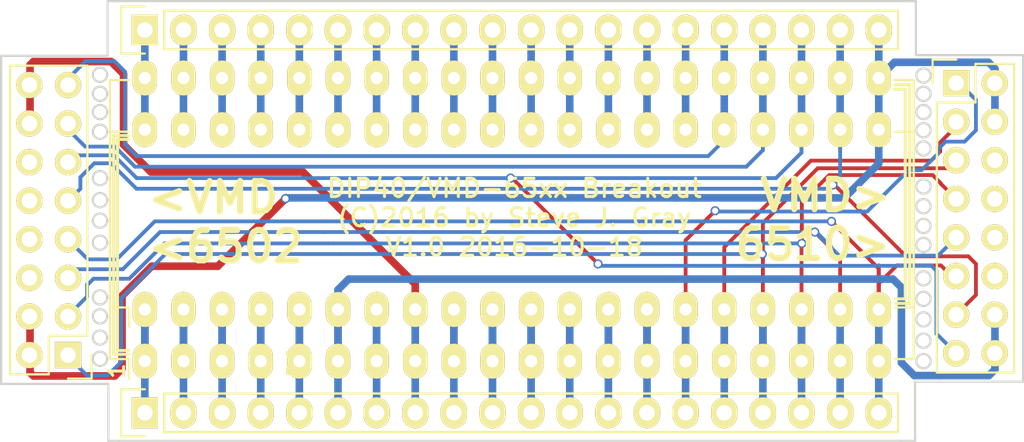
<source format=kicad_pcb>
(kicad_pcb (version 4) (host pcbnew 4.0.3-stable)

  (general
    (links 104)
    (no_connects 0)
    (area 90.075 71.375 174.62381 107.625)
    (thickness 1.6)
    (drawings 58)
    (tracks 343)
    (zones 0)
    (modules 6)
    (nets 49)
  )

  (page USLetter)
  (title_block
    (title "DIP-40 / VMD-65xx Breakout")
    (date 2016-10-19)
    (company "Steve J. Gray")
  )

  (layers
    (0 F.Cu signal hide)
    (31 B.Cu signal hide)
    (32 B.Adhes user)
    (33 F.Adhes user)
    (34 B.Paste user)
    (35 F.Paste user)
    (36 B.SilkS user)
    (37 F.SilkS user)
    (38 B.Mask user)
    (39 F.Mask user)
    (40 Dwgs.User user)
    (41 Cmts.User user)
    (42 Eco1.User user)
    (43 Eco2.User user)
    (44 Edge.Cuts user)
    (45 Margin user)
    (46 B.CrtYd user)
    (47 F.CrtYd user)
    (48 B.Fab user)
    (49 F.Fab user)
  )

  (setup
    (last_trace_width 0.25)
    (user_trace_width 0.5)
    (trace_clearance 0.2)
    (zone_clearance 0.508)
    (zone_45_only no)
    (trace_min 0.2)
    (segment_width 0.2)
    (edge_width 0.15)
    (via_size 0.6)
    (via_drill 0.4)
    (via_min_size 0.4)
    (via_min_drill 0.3)
    (uvia_size 0.3)
    (uvia_drill 0.1)
    (uvias_allowed no)
    (uvia_min_size 0.2)
    (uvia_min_drill 0.1)
    (pcb_text_width 0.3)
    (pcb_text_size 1.5 1.5)
    (mod_edge_width 0.15)
    (mod_text_size 1 1)
    (mod_text_width 0.15)
    (pad_size 1.524 1.524)
    (pad_drill 0.762)
    (pad_to_mask_clearance 0.2)
    (aux_axis_origin 0 0)
    (visible_elements 7FFCFE7F)
    (pcbplotparams
      (layerselection 0x010e0_80000001)
      (usegerberextensions false)
      (excludeedgelayer true)
      (linewidth 0.100000)
      (plotframeref false)
      (viasonmask false)
      (mode 1)
      (useauxorigin false)
      (hpglpennumber 1)
      (hpglpenspeed 20)
      (hpglpendiameter 15)
      (hpglpenoverlay 2)
      (psnegative false)
      (psa4output false)
      (plotreference true)
      (plotvalue true)
      (plotinvisibletext false)
      (padsonsilk false)
      (subtractmaskfromsilk false)
      (outputformat 1)
      (mirror false)
      (drillshape 0)
      (scaleselection 1)
      (outputdirectory gerbers/))
  )

  (net 0 "")
  (net 1 P01)
  (net 2 P02)
  (net 3 P03)
  (net 4 P04)
  (net 5 P05)
  (net 6 P06)
  (net 7 P07)
  (net 8 P08)
  (net 9 P09)
  (net 10 P10)
  (net 11 P11)
  (net 12 P12)
  (net 13 P13)
  (net 14 P14)
  (net 15 P15)
  (net 16 P16)
  (net 17 P17)
  (net 18 P18)
  (net 19 P19)
  (net 20 P20)
  (net 21 P21)
  (net 22 P22)
  (net 23 P23)
  (net 24 P24)
  (net 25 P25)
  (net 26 P26)
  (net 27 P27)
  (net 28 P28)
  (net 29 P29)
  (net 30 P30)
  (net 31 P31)
  (net 32 P32)
  (net 33 P33)
  (net 34 P34)
  (net 35 P35)
  (net 36 P36)
  (net 37 P37)
  (net 38 P38)
  (net 39 P39)
  (net 40 P40)
  (net 41 "Net-(P5-Pad6)")
  (net 42 "Net-(P5-Pad8)")
  (net 43 "Net-(P5-Pad10)")
  (net 44 "Net-(P5-Pad12)")
  (net 45 "Net-(P6-Pad6)")
  (net 46 "Net-(P6-Pad8)")
  (net 47 "Net-(P6-Pad10)")
  (net 48 "Net-(P6-Pad12)")

  (net_class Default "This is the default net class."
    (clearance 0.2)
    (trace_width 0.25)
    (via_dia 0.6)
    (via_drill 0.4)
    (uvia_dia 0.3)
    (uvia_drill 0.1)
    (add_net "Net-(P5-Pad10)")
    (add_net "Net-(P5-Pad12)")
    (add_net "Net-(P5-Pad6)")
    (add_net "Net-(P5-Pad8)")
    (add_net "Net-(P6-Pad10)")
    (add_net "Net-(P6-Pad12)")
    (add_net "Net-(P6-Pad6)")
    (add_net "Net-(P6-Pad8)")
    (add_net P01)
    (add_net P02)
    (add_net P03)
    (add_net P04)
    (add_net P05)
    (add_net P06)
    (add_net P07)
    (add_net P08)
    (add_net P09)
    (add_net P10)
    (add_net P11)
    (add_net P12)
    (add_net P13)
    (add_net P14)
    (add_net P15)
    (add_net P16)
    (add_net P17)
    (add_net P18)
    (add_net P19)
    (add_net P20)
    (add_net P21)
    (add_net P22)
    (add_net P23)
    (add_net P24)
    (add_net P25)
    (add_net P26)
    (add_net P27)
    (add_net P28)
    (add_net P29)
    (add_net P30)
    (add_net P31)
    (add_net P32)
    (add_net P33)
    (add_net P34)
    (add_net P35)
    (add_net P36)
    (add_net P37)
    (add_net P38)
    (add_net P39)
    (add_net P40)
  )

  (module Housings_DIP:DIP-40_W15.24mm_LongPads (layer F.Cu) (tedit 58063207) (tstamp 57E804E2)
    (at 115.2 94.9 90)
    (descr "40-lead dip package, row spacing 15.24 mm (600 mils), longer pads")
    (tags "dil dip 2.54 600")
    (path /57E803B0)
    (fp_text reference P2 (at 5.3 -21.15 90) (layer F.SilkS)
      (effects (font (size 1 1) (thickness 0.15)))
    )
    (fp_text value DIL40 (at 9.2 -22.65 90) (layer F.Fab)
      (effects (font (size 1 1) (thickness 0.15)))
    )
    (fp_line (start -1.4 -2.45) (end -1.4 50.75) (layer F.CrtYd) (width 0.05))
    (fp_line (start 16.65 -2.45) (end 16.65 50.75) (layer F.CrtYd) (width 0.05))
    (fp_line (start -1.4 -2.45) (end 16.65 -2.45) (layer F.CrtYd) (width 0.05))
    (fp_line (start -1.4 50.75) (end 16.65 50.75) (layer F.CrtYd) (width 0.05))
    (fp_line (start 0.135 -2.295) (end 0.135 -1.025) (layer F.SilkS) (width 0.15))
    (fp_line (start 15.105 -2.295) (end 15.105 -1.025) (layer F.SilkS) (width 0.15))
    (fp_line (start 15.105 50.555) (end 15.105 49.285) (layer F.SilkS) (width 0.15))
    (fp_line (start 0.135 50.555) (end 0.135 49.285) (layer F.SilkS) (width 0.15))
    (fp_line (start 0.135 -2.295) (end 15.105 -2.295) (layer F.SilkS) (width 0.15))
    (fp_line (start 0.135 50.555) (end 15.105 50.555) (layer F.SilkS) (width 0.15))
    (fp_line (start 0.135 -1.025) (end -1.15 -1.025) (layer F.SilkS) (width 0.15))
    (pad 1 thru_hole oval (at 0 0 90) (size 2.3 1.6) (drill 0.8) (layers *.Cu *.Mask F.SilkS)
      (net 1 P01))
    (pad 2 thru_hole oval (at 0 2.54 90) (size 2.3 1.6) (drill 0.8) (layers *.Cu *.Mask F.SilkS)
      (net 2 P02))
    (pad 3 thru_hole oval (at 0 5.08 90) (size 2.3 1.6) (drill 0.8) (layers *.Cu *.Mask F.SilkS)
      (net 3 P03))
    (pad 4 thru_hole oval (at 0 7.62 90) (size 2.3 1.6) (drill 0.8) (layers *.Cu *.Mask F.SilkS)
      (net 4 P04))
    (pad 5 thru_hole oval (at 0 10.16 90) (size 2.3 1.6) (drill 0.8) (layers *.Cu *.Mask F.SilkS)
      (net 5 P05))
    (pad 6 thru_hole oval (at 0 12.7 90) (size 2.3 1.6) (drill 0.8) (layers *.Cu *.Mask F.SilkS)
      (net 6 P06))
    (pad 7 thru_hole oval (at 0 15.24 90) (size 2.3 1.6) (drill 0.8) (layers *.Cu *.Mask F.SilkS)
      (net 7 P07))
    (pad 8 thru_hole oval (at 0 17.78 90) (size 2.3 1.6) (drill 0.8) (layers *.Cu *.Mask F.SilkS)
      (net 8 P08))
    (pad 9 thru_hole oval (at 0 20.32 90) (size 2.3 1.6) (drill 0.8) (layers *.Cu *.Mask F.SilkS)
      (net 9 P09))
    (pad 10 thru_hole oval (at 0 22.86 90) (size 2.3 1.6) (drill 0.8) (layers *.Cu *.Mask F.SilkS)
      (net 10 P10))
    (pad 11 thru_hole oval (at 0 25.4 90) (size 2.3 1.6) (drill 0.8) (layers *.Cu *.Mask F.SilkS)
      (net 11 P11))
    (pad 12 thru_hole oval (at 0 27.94 90) (size 2.3 1.6) (drill 0.8) (layers *.Cu *.Mask F.SilkS)
      (net 12 P12))
    (pad 13 thru_hole oval (at 0 30.48 90) (size 2.3 1.6) (drill 0.8) (layers *.Cu *.Mask F.SilkS)
      (net 13 P13))
    (pad 14 thru_hole oval (at 0 33.02 90) (size 2.3 1.6) (drill 0.8) (layers *.Cu *.Mask F.SilkS)
      (net 14 P14))
    (pad 15 thru_hole oval (at 0 35.56 90) (size 2.3 1.6) (drill 0.8) (layers *.Cu *.Mask F.SilkS)
      (net 15 P15))
    (pad 16 thru_hole oval (at 0 38.1 90) (size 2.3 1.6) (drill 0.8) (layers *.Cu *.Mask F.SilkS)
      (net 16 P16))
    (pad 17 thru_hole oval (at 0 40.64 90) (size 2.3 1.6) (drill 0.8) (layers *.Cu *.Mask F.SilkS)
      (net 17 P17))
    (pad 18 thru_hole oval (at 0 43.18 90) (size 2.3 1.6) (drill 0.8) (layers *.Cu *.Mask F.SilkS)
      (net 18 P18))
    (pad 19 thru_hole oval (at 0 45.72 90) (size 2.3 1.6) (drill 0.8) (layers *.Cu *.Mask F.SilkS)
      (net 19 P19))
    (pad 20 thru_hole oval (at 0 48.26 90) (size 2.3 1.6) (drill 0.8) (layers *.Cu *.Mask F.SilkS)
      (net 20 P20))
    (pad 21 thru_hole oval (at 15.24 48.26 90) (size 2.3 1.6) (drill 0.8) (layers *.Cu *.Mask F.SilkS)
      (net 21 P21))
    (pad 22 thru_hole oval (at 15.24 45.72 90) (size 2.3 1.6) (drill 0.8) (layers *.Cu *.Mask F.SilkS)
      (net 22 P22))
    (pad 23 thru_hole oval (at 15.24 43.18 90) (size 2.3 1.6) (drill 0.8) (layers *.Cu *.Mask F.SilkS)
      (net 23 P23))
    (pad 24 thru_hole oval (at 15.24 40.64 90) (size 2.3 1.6) (drill 0.8) (layers *.Cu *.Mask F.SilkS)
      (net 24 P24))
    (pad 25 thru_hole oval (at 15.24 38.1 90) (size 2.3 1.6) (drill 0.8) (layers *.Cu *.Mask F.SilkS)
      (net 25 P25))
    (pad 26 thru_hole oval (at 15.24 35.56 90) (size 2.3 1.6) (drill 0.8) (layers *.Cu *.Mask F.SilkS)
      (net 26 P26))
    (pad 27 thru_hole oval (at 15.24 33.02 90) (size 2.3 1.6) (drill 0.8) (layers *.Cu *.Mask F.SilkS)
      (net 27 P27))
    (pad 28 thru_hole oval (at 15.24 30.48 90) (size 2.3 1.6) (drill 0.8) (layers *.Cu *.Mask F.SilkS)
      (net 28 P28))
    (pad 29 thru_hole oval (at 15.24 27.94 90) (size 2.3 1.6) (drill 0.8) (layers *.Cu *.Mask F.SilkS)
      (net 29 P29))
    (pad 30 thru_hole oval (at 15.24 25.4 90) (size 2.3 1.6) (drill 0.8) (layers *.Cu *.Mask F.SilkS)
      (net 30 P30))
    (pad 31 thru_hole oval (at 15.24 22.86 90) (size 2.3 1.6) (drill 0.8) (layers *.Cu *.Mask F.SilkS)
      (net 31 P31))
    (pad 32 thru_hole oval (at 15.24 20.32 90) (size 2.3 1.6) (drill 0.8) (layers *.Cu *.Mask F.SilkS)
      (net 32 P32))
    (pad 33 thru_hole oval (at 15.24 17.78 90) (size 2.3 1.6) (drill 0.8) (layers *.Cu *.Mask F.SilkS)
      (net 33 P33))
    (pad 34 thru_hole oval (at 15.24 15.24 90) (size 2.3 1.6) (drill 0.8) (layers *.Cu *.Mask F.SilkS)
      (net 34 P34))
    (pad 35 thru_hole oval (at 15.24 12.7 90) (size 2.3 1.6) (drill 0.8) (layers *.Cu *.Mask F.SilkS)
      (net 35 P35))
    (pad 36 thru_hole oval (at 15.24 10.16 90) (size 2.3 1.6) (drill 0.8) (layers *.Cu *.Mask F.SilkS)
      (net 36 P36))
    (pad 37 thru_hole oval (at 15.24 7.62 90) (size 2.3 1.6) (drill 0.8) (layers *.Cu *.Mask F.SilkS)
      (net 37 P37))
    (pad 38 thru_hole oval (at 15.24 5.08 90) (size 2.3 1.6) (drill 0.8) (layers *.Cu *.Mask F.SilkS)
      (net 38 P38))
    (pad 39 thru_hole oval (at 15.24 2.54 90) (size 2.3 1.6) (drill 0.8) (layers *.Cu *.Mask F.SilkS)
      (net 39 P39))
    (pad 40 thru_hole oval (at 15.24 0 90) (size 2.3 1.6) (drill 0.8) (layers *.Cu *.Mask F.SilkS)
      (net 40 P40))
    (model Housings_DIP.3dshapes/DIP-40_W15.24mm_LongPads.wrl
      (at (xyz 0 0 0))
      (scale (xyz 1 1 1))
      (rotate (xyz 0 0 0))
    )
  )

  (module Pin_Headers:Pin_Header_Straight_2x08 (layer F.Cu) (tedit 5806896E) (tstamp 5806323A)
    (at 168.55 80)
    (descr "Through hole pin header")
    (tags "pin header")
    (path /57FD2051)
    (fp_text reference P5 (at -11.6 -7.05) (layer F.SilkS)
      (effects (font (size 1 1) (thickness 0.15)))
    )
    (fp_text value VMD-6510 (at 1.85 -7.65) (layer F.Fab)
      (effects (font (size 1 1) (thickness 0.15)))
    )
    (fp_line (start -1.75 -1.75) (end -1.75 19.55) (layer F.CrtYd) (width 0.05))
    (fp_line (start 4.3 -1.75) (end 4.3 19.55) (layer F.CrtYd) (width 0.05))
    (fp_line (start -1.75 -1.75) (end 4.3 -1.75) (layer F.CrtYd) (width 0.05))
    (fp_line (start -1.75 19.55) (end 4.3 19.55) (layer F.CrtYd) (width 0.05))
    (fp_line (start 3.81 19.05) (end 3.81 -1.27) (layer F.SilkS) (width 0.15))
    (fp_line (start -1.27 1.27) (end -1.27 19.05) (layer F.SilkS) (width 0.15))
    (fp_line (start 3.81 19.05) (end -1.27 19.05) (layer F.SilkS) (width 0.15))
    (fp_line (start 3.81 -1.27) (end 1.27 -1.27) (layer F.SilkS) (width 0.15))
    (fp_line (start 0 -1.55) (end -1.55 -1.55) (layer F.SilkS) (width 0.15))
    (fp_line (start 1.27 -1.27) (end 1.27 1.27) (layer F.SilkS) (width 0.15))
    (fp_line (start 1.27 1.27) (end -1.27 1.27) (layer F.SilkS) (width 0.15))
    (fp_line (start -1.55 -1.55) (end -1.55 0) (layer F.SilkS) (width 0.15))
    (pad 1 thru_hole rect (at 0 0) (size 1.7272 1.7272) (drill 1.016) (layers *.Cu *.Mask F.SilkS)
      (net 15 P15))
    (pad 2 thru_hole oval (at 2.54 0) (size 1.7272 1.7272) (drill 1.016) (layers *.Cu *.Mask F.SilkS)
      (net 21 P21))
    (pad 3 thru_hole oval (at 0 2.54) (size 1.7272 1.7272) (drill 1.016) (layers *.Cu *.Mask F.SilkS)
      (net 16 P16))
    (pad 4 thru_hole oval (at 2.54 2.54) (size 1.7272 1.7272) (drill 1.016) (layers *.Cu *.Mask F.SilkS)
      (net 21 P21))
    (pad 5 thru_hole oval (at 0 5.08) (size 1.7272 1.7272) (drill 1.016) (layers *.Cu *.Mask F.SilkS)
      (net 17 P17))
    (pad 6 thru_hole oval (at 2.54 5.08) (size 1.7272 1.7272) (drill 1.016) (layers *.Cu *.Mask F.SilkS)
      (net 41 "Net-(P5-Pad6)"))
    (pad 7 thru_hole oval (at 0 7.62) (size 1.7272 1.7272) (drill 1.016) (layers *.Cu *.Mask F.SilkS)
      (net 18 P18))
    (pad 8 thru_hole oval (at 2.54 7.62) (size 1.7272 1.7272) (drill 1.016) (layers *.Cu *.Mask F.SilkS)
      (net 42 "Net-(P5-Pad8)"))
    (pad 9 thru_hole oval (at 0 10.16) (size 1.7272 1.7272) (drill 1.016) (layers *.Cu *.Mask F.SilkS)
      (net 19 P19))
    (pad 10 thru_hole oval (at 2.54 10.16) (size 1.7272 1.7272) (drill 1.016) (layers *.Cu *.Mask F.SilkS)
      (net 43 "Net-(P5-Pad10)"))
    (pad 11 thru_hole oval (at 0 12.7) (size 1.7272 1.7272) (drill 1.016) (layers *.Cu *.Mask F.SilkS)
      (net 20 P20))
    (pad 12 thru_hole oval (at 2.54 12.7) (size 1.7272 1.7272) (drill 1.016) (layers *.Cu *.Mask F.SilkS)
      (net 44 "Net-(P5-Pad12)"))
    (pad 13 thru_hole oval (at 0 15.24) (size 1.7272 1.7272) (drill 1.016) (layers *.Cu *.Mask F.SilkS)
      (net 22 P22))
    (pad 14 thru_hole oval (at 2.54 15.24) (size 1.7272 1.7272) (drill 1.016) (layers *.Cu *.Mask F.SilkS)
      (net 6 P06))
    (pad 15 thru_hole oval (at 0 17.78) (size 1.7272 1.7272) (drill 1.016) (layers *.Cu *.Mask F.SilkS)
      (net 23 P23))
    (pad 16 thru_hole oval (at 2.54 17.78) (size 1.7272 1.7272) (drill 1.016) (layers *.Cu *.Mask F.SilkS)
      (net 6 P06))
    (model Pin_Headers.3dshapes/Pin_Header_Straight_2x08.wrl
      (at (xyz 0.05 -0.35 0))
      (scale (xyz 1 1 1))
      (rotate (xyz 0 0 90))
    )
  )

  (module Pin_Headers:Pin_Header_Straight_1x20 (layer F.Cu) (tedit 58063204) (tstamp 57E804B6)
    (at 115.2 101.7 90)
    (descr "Through hole pin header")
    (tags "pin header")
    (path /57E803F3)
    (fp_text reference P1 (at 1.35 -16.7 90) (layer F.SilkS)
      (effects (font (size 1 1) (thickness 0.15)))
    )
    (fp_text value CONN_01X20 (at 4.2 -21.05 90) (layer F.Fab)
      (effects (font (size 1 1) (thickness 0.15)))
    )
    (fp_line (start -1.75 -1.75) (end -1.75 50.05) (layer F.CrtYd) (width 0.05))
    (fp_line (start 1.75 -1.75) (end 1.75 50.05) (layer F.CrtYd) (width 0.05))
    (fp_line (start -1.75 -1.75) (end 1.75 -1.75) (layer F.CrtYd) (width 0.05))
    (fp_line (start -1.75 50.05) (end 1.75 50.05) (layer F.CrtYd) (width 0.05))
    (fp_line (start 1.27 1.27) (end 1.27 49.53) (layer F.SilkS) (width 0.15))
    (fp_line (start 1.27 49.53) (end -1.27 49.53) (layer F.SilkS) (width 0.15))
    (fp_line (start -1.27 49.53) (end -1.27 1.27) (layer F.SilkS) (width 0.15))
    (fp_line (start 1.55 -1.55) (end 1.55 0) (layer F.SilkS) (width 0.15))
    (fp_line (start 1.27 1.27) (end -1.27 1.27) (layer F.SilkS) (width 0.15))
    (fp_line (start -1.55 0) (end -1.55 -1.55) (layer F.SilkS) (width 0.15))
    (fp_line (start -1.55 -1.55) (end 1.55 -1.55) (layer F.SilkS) (width 0.15))
    (pad 1 thru_hole rect (at 0 0 90) (size 2.032 1.7272) (drill 1.016) (layers *.Cu *.Mask F.SilkS)
      (net 1 P01))
    (pad 2 thru_hole oval (at 0 2.54 90) (size 2.032 1.7272) (drill 1.016) (layers *.Cu *.Mask F.SilkS)
      (net 2 P02))
    (pad 3 thru_hole oval (at 0 5.08 90) (size 2.032 1.7272) (drill 1.016) (layers *.Cu *.Mask F.SilkS)
      (net 3 P03))
    (pad 4 thru_hole oval (at 0 7.62 90) (size 2.032 1.7272) (drill 1.016) (layers *.Cu *.Mask F.SilkS)
      (net 4 P04))
    (pad 5 thru_hole oval (at 0 10.16 90) (size 2.032 1.7272) (drill 1.016) (layers *.Cu *.Mask F.SilkS)
      (net 5 P05))
    (pad 6 thru_hole oval (at 0 12.7 90) (size 2.032 1.7272) (drill 1.016) (layers *.Cu *.Mask F.SilkS)
      (net 6 P06))
    (pad 7 thru_hole oval (at 0 15.24 90) (size 2.032 1.7272) (drill 1.016) (layers *.Cu *.Mask F.SilkS)
      (net 7 P07))
    (pad 8 thru_hole oval (at 0 17.78 90) (size 2.032 1.7272) (drill 1.016) (layers *.Cu *.Mask F.SilkS)
      (net 8 P08))
    (pad 9 thru_hole oval (at 0 20.32 90) (size 2.032 1.7272) (drill 1.016) (layers *.Cu *.Mask F.SilkS)
      (net 9 P09))
    (pad 10 thru_hole oval (at 0 22.86 90) (size 2.032 1.7272) (drill 1.016) (layers *.Cu *.Mask F.SilkS)
      (net 10 P10))
    (pad 11 thru_hole oval (at 0 25.4 90) (size 2.032 1.7272) (drill 1.016) (layers *.Cu *.Mask F.SilkS)
      (net 11 P11))
    (pad 12 thru_hole oval (at 0 27.94 90) (size 2.032 1.7272) (drill 1.016) (layers *.Cu *.Mask F.SilkS)
      (net 12 P12))
    (pad 13 thru_hole oval (at 0 30.48 90) (size 2.032 1.7272) (drill 1.016) (layers *.Cu *.Mask F.SilkS)
      (net 13 P13))
    (pad 14 thru_hole oval (at 0 33.02 90) (size 2.032 1.7272) (drill 1.016) (layers *.Cu *.Mask F.SilkS)
      (net 14 P14))
    (pad 15 thru_hole oval (at 0 35.56 90) (size 2.032 1.7272) (drill 1.016) (layers *.Cu *.Mask F.SilkS)
      (net 15 P15))
    (pad 16 thru_hole oval (at 0 38.1 90) (size 2.032 1.7272) (drill 1.016) (layers *.Cu *.Mask F.SilkS)
      (net 16 P16))
    (pad 17 thru_hole oval (at 0 40.64 90) (size 2.032 1.7272) (drill 1.016) (layers *.Cu *.Mask F.SilkS)
      (net 17 P17))
    (pad 18 thru_hole oval (at 0 43.18 90) (size 2.032 1.7272) (drill 1.016) (layers *.Cu *.Mask F.SilkS)
      (net 18 P18))
    (pad 19 thru_hole oval (at 0 45.72 90) (size 2.032 1.7272) (drill 1.016) (layers *.Cu *.Mask F.SilkS)
      (net 19 P19))
    (pad 20 thru_hole oval (at 0 48.26 90) (size 2.032 1.7272) (drill 1.016) (layers *.Cu *.Mask F.SilkS)
      (net 20 P20))
    (model Pin_Headers.3dshapes/Pin_Header_Straight_1x20.wrl
      (at (xyz 0 -0.95 0))
      (scale (xyz 1 1 1))
      (rotate (xyz 0 0 90))
    )
  )

  (module Pin_Headers:Pin_Header_Straight_1x20 (layer F.Cu) (tedit 5806320A) (tstamp 57E804FA)
    (at 115.2 76.5 90)
    (descr "Through hole pin header")
    (tags "pin header")
    (path /57E8045C)
    (fp_text reference P3 (at 1 -23.35 90) (layer F.SilkS)
      (effects (font (size 1 1) (thickness 0.15)))
    )
    (fp_text value CONN_01X20 (at -0.95 -24.15 90) (layer F.Fab)
      (effects (font (size 1 1) (thickness 0.15)))
    )
    (fp_line (start -1.75 -1.75) (end -1.75 50.05) (layer F.CrtYd) (width 0.05))
    (fp_line (start 1.75 -1.75) (end 1.75 50.05) (layer F.CrtYd) (width 0.05))
    (fp_line (start -1.75 -1.75) (end 1.75 -1.75) (layer F.CrtYd) (width 0.05))
    (fp_line (start -1.75 50.05) (end 1.75 50.05) (layer F.CrtYd) (width 0.05))
    (fp_line (start 1.27 1.27) (end 1.27 49.53) (layer F.SilkS) (width 0.15))
    (fp_line (start 1.27 49.53) (end -1.27 49.53) (layer F.SilkS) (width 0.15))
    (fp_line (start -1.27 49.53) (end -1.27 1.27) (layer F.SilkS) (width 0.15))
    (fp_line (start 1.55 -1.55) (end 1.55 0) (layer F.SilkS) (width 0.15))
    (fp_line (start 1.27 1.27) (end -1.27 1.27) (layer F.SilkS) (width 0.15))
    (fp_line (start -1.55 0) (end -1.55 -1.55) (layer F.SilkS) (width 0.15))
    (fp_line (start -1.55 -1.55) (end 1.55 -1.55) (layer F.SilkS) (width 0.15))
    (pad 1 thru_hole rect (at 0 0 90) (size 2.032 1.7272) (drill 1.016) (layers *.Cu *.Mask F.SilkS)
      (net 40 P40))
    (pad 2 thru_hole oval (at 0 2.54 90) (size 2.032 1.7272) (drill 1.016) (layers *.Cu *.Mask F.SilkS)
      (net 39 P39))
    (pad 3 thru_hole oval (at 0 5.08 90) (size 2.032 1.7272) (drill 1.016) (layers *.Cu *.Mask F.SilkS)
      (net 38 P38))
    (pad 4 thru_hole oval (at 0 7.62 90) (size 2.032 1.7272) (drill 1.016) (layers *.Cu *.Mask F.SilkS)
      (net 37 P37))
    (pad 5 thru_hole oval (at 0 10.16 90) (size 2.032 1.7272) (drill 1.016) (layers *.Cu *.Mask F.SilkS)
      (net 36 P36))
    (pad 6 thru_hole oval (at 0 12.7 90) (size 2.032 1.7272) (drill 1.016) (layers *.Cu *.Mask F.SilkS)
      (net 35 P35))
    (pad 7 thru_hole oval (at 0 15.24 90) (size 2.032 1.7272) (drill 1.016) (layers *.Cu *.Mask F.SilkS)
      (net 34 P34))
    (pad 8 thru_hole oval (at 0 17.78 90) (size 2.032 1.7272) (drill 1.016) (layers *.Cu *.Mask F.SilkS)
      (net 33 P33))
    (pad 9 thru_hole oval (at 0 20.32 90) (size 2.032 1.7272) (drill 1.016) (layers *.Cu *.Mask F.SilkS)
      (net 32 P32))
    (pad 10 thru_hole oval (at 0 22.86 90) (size 2.032 1.7272) (drill 1.016) (layers *.Cu *.Mask F.SilkS)
      (net 31 P31))
    (pad 11 thru_hole oval (at 0 25.4 90) (size 2.032 1.7272) (drill 1.016) (layers *.Cu *.Mask F.SilkS)
      (net 30 P30))
    (pad 12 thru_hole oval (at 0 27.94 90) (size 2.032 1.7272) (drill 1.016) (layers *.Cu *.Mask F.SilkS)
      (net 29 P29))
    (pad 13 thru_hole oval (at 0 30.48 90) (size 2.032 1.7272) (drill 1.016) (layers *.Cu *.Mask F.SilkS)
      (net 28 P28))
    (pad 14 thru_hole oval (at 0 33.02 90) (size 2.032 1.7272) (drill 1.016) (layers *.Cu *.Mask F.SilkS)
      (net 27 P27))
    (pad 15 thru_hole oval (at 0 35.56 90) (size 2.032 1.7272) (drill 1.016) (layers *.Cu *.Mask F.SilkS)
      (net 26 P26))
    (pad 16 thru_hole oval (at 0 38.1 90) (size 2.032 1.7272) (drill 1.016) (layers *.Cu *.Mask F.SilkS)
      (net 25 P25))
    (pad 17 thru_hole oval (at 0 40.64 90) (size 2.032 1.7272) (drill 1.016) (layers *.Cu *.Mask F.SilkS)
      (net 24 P24))
    (pad 18 thru_hole oval (at 0 43.18 90) (size 2.032 1.7272) (drill 1.016) (layers *.Cu *.Mask F.SilkS)
      (net 23 P23))
    (pad 19 thru_hole oval (at 0 45.72 90) (size 2.032 1.7272) (drill 1.016) (layers *.Cu *.Mask F.SilkS)
      (net 22 P22))
    (pad 20 thru_hole oval (at 0 48.26 90) (size 2.032 1.7272) (drill 1.016) (layers *.Cu *.Mask F.SilkS)
      (net 21 P21))
    (model Pin_Headers.3dshapes/Pin_Header_Straight_1x20.wrl
      (at (xyz 0 -0.95 0))
      (scale (xyz 1 1 1))
      (rotate (xyz 0 0 90))
    )
  )

  (module Housings_DIP:DIP-40_W15.24mm_LongPads (layer F.Cu) (tedit 58063202) (tstamp 57EF1577)
    (at 115.2 98.3 90)
    (descr "40-lead dip package, row spacing 15.24 mm (600 mils), longer pads")
    (tags "dil dip 2.54 600")
    (path /57EF1889)
    (fp_text reference P4 (at 0.6 -17.5 90) (layer F.SilkS)
      (effects (font (size 1 1) (thickness 0.15)))
    )
    (fp_text value DIL40 (at 10 -23.55 90) (layer F.Fab)
      (effects (font (size 1 1) (thickness 0.15)))
    )
    (fp_line (start -1.4 -2.45) (end -1.4 50.75) (layer F.CrtYd) (width 0.05))
    (fp_line (start 16.65 -2.45) (end 16.65 50.75) (layer F.CrtYd) (width 0.05))
    (fp_line (start -1.4 -2.45) (end 16.65 -2.45) (layer F.CrtYd) (width 0.05))
    (fp_line (start -1.4 50.75) (end 16.65 50.75) (layer F.CrtYd) (width 0.05))
    (fp_line (start 0.135 -2.295) (end 0.135 -1.025) (layer F.SilkS) (width 0.15))
    (fp_line (start 15.105 -2.295) (end 15.105 -1.025) (layer F.SilkS) (width 0.15))
    (fp_line (start 15.105 50.555) (end 15.105 49.285) (layer F.SilkS) (width 0.15))
    (fp_line (start 0.135 50.555) (end 0.135 49.285) (layer F.SilkS) (width 0.15))
    (fp_line (start 0.135 -2.295) (end 15.105 -2.295) (layer F.SilkS) (width 0.15))
    (fp_line (start 0.135 50.555) (end 15.105 50.555) (layer F.SilkS) (width 0.15))
    (fp_line (start 0.135 -1.025) (end -1.15 -1.025) (layer F.SilkS) (width 0.15))
    (pad 1 thru_hole oval (at 0 0 90) (size 2.3 1.6) (drill 0.8) (layers *.Cu *.Mask F.SilkS)
      (net 1 P01))
    (pad 2 thru_hole oval (at 0 2.54 90) (size 2.3 1.6) (drill 0.8) (layers *.Cu *.Mask F.SilkS)
      (net 2 P02))
    (pad 3 thru_hole oval (at 0 5.08 90) (size 2.3 1.6) (drill 0.8) (layers *.Cu *.Mask F.SilkS)
      (net 3 P03))
    (pad 4 thru_hole oval (at 0 7.62 90) (size 2.3 1.6) (drill 0.8) (layers *.Cu *.Mask F.SilkS)
      (net 4 P04))
    (pad 5 thru_hole oval (at 0 10.16 90) (size 2.3 1.6) (drill 0.8) (layers *.Cu *.Mask F.SilkS)
      (net 5 P05))
    (pad 6 thru_hole oval (at 0 12.7 90) (size 2.3 1.6) (drill 0.8) (layers *.Cu *.Mask F.SilkS)
      (net 6 P06))
    (pad 7 thru_hole oval (at 0 15.24 90) (size 2.3 1.6) (drill 0.8) (layers *.Cu *.Mask F.SilkS)
      (net 7 P07))
    (pad 8 thru_hole oval (at 0 17.78 90) (size 2.3 1.6) (drill 0.8) (layers *.Cu *.Mask F.SilkS)
      (net 8 P08))
    (pad 9 thru_hole oval (at 0 20.32 90) (size 2.3 1.6) (drill 0.8) (layers *.Cu *.Mask F.SilkS)
      (net 9 P09))
    (pad 10 thru_hole oval (at 0 22.86 90) (size 2.3 1.6) (drill 0.8) (layers *.Cu *.Mask F.SilkS)
      (net 10 P10))
    (pad 11 thru_hole oval (at 0 25.4 90) (size 2.3 1.6) (drill 0.8) (layers *.Cu *.Mask F.SilkS)
      (net 11 P11))
    (pad 12 thru_hole oval (at 0 27.94 90) (size 2.3 1.6) (drill 0.8) (layers *.Cu *.Mask F.SilkS)
      (net 12 P12))
    (pad 13 thru_hole oval (at 0 30.48 90) (size 2.3 1.6) (drill 0.8) (layers *.Cu *.Mask F.SilkS)
      (net 13 P13))
    (pad 14 thru_hole oval (at 0 33.02 90) (size 2.3 1.6) (drill 0.8) (layers *.Cu *.Mask F.SilkS)
      (net 14 P14))
    (pad 15 thru_hole oval (at 0 35.56 90) (size 2.3 1.6) (drill 0.8) (layers *.Cu *.Mask F.SilkS)
      (net 15 P15))
    (pad 16 thru_hole oval (at 0 38.1 90) (size 2.3 1.6) (drill 0.8) (layers *.Cu *.Mask F.SilkS)
      (net 16 P16))
    (pad 17 thru_hole oval (at 0 40.64 90) (size 2.3 1.6) (drill 0.8) (layers *.Cu *.Mask F.SilkS)
      (net 17 P17))
    (pad 18 thru_hole oval (at 0 43.18 90) (size 2.3 1.6) (drill 0.8) (layers *.Cu *.Mask F.SilkS)
      (net 18 P18))
    (pad 19 thru_hole oval (at 0 45.72 90) (size 2.3 1.6) (drill 0.8) (layers *.Cu *.Mask F.SilkS)
      (net 19 P19))
    (pad 20 thru_hole oval (at 0 48.26 90) (size 2.3 1.6) (drill 0.8) (layers *.Cu *.Mask F.SilkS)
      (net 20 P20))
    (pad 21 thru_hole oval (at 15.24 48.26 90) (size 2.3 1.6) (drill 0.8) (layers *.Cu *.Mask F.SilkS)
      (net 21 P21))
    (pad 22 thru_hole oval (at 15.24 45.72 90) (size 2.3 1.6) (drill 0.8) (layers *.Cu *.Mask F.SilkS)
      (net 22 P22))
    (pad 23 thru_hole oval (at 15.24 43.18 90) (size 2.3 1.6) (drill 0.8) (layers *.Cu *.Mask F.SilkS)
      (net 23 P23))
    (pad 24 thru_hole oval (at 15.24 40.64 90) (size 2.3 1.6) (drill 0.8) (layers *.Cu *.Mask F.SilkS)
      (net 24 P24))
    (pad 25 thru_hole oval (at 15.24 38.1 90) (size 2.3 1.6) (drill 0.8) (layers *.Cu *.Mask F.SilkS)
      (net 25 P25))
    (pad 26 thru_hole oval (at 15.24 35.56 90) (size 2.3 1.6) (drill 0.8) (layers *.Cu *.Mask F.SilkS)
      (net 26 P26))
    (pad 27 thru_hole oval (at 15.24 33.02 90) (size 2.3 1.6) (drill 0.8) (layers *.Cu *.Mask F.SilkS)
      (net 27 P27))
    (pad 28 thru_hole oval (at 15.24 30.48 90) (size 2.3 1.6) (drill 0.8) (layers *.Cu *.Mask F.SilkS)
      (net 28 P28))
    (pad 29 thru_hole oval (at 15.24 27.94 90) (size 2.3 1.6) (drill 0.8) (layers *.Cu *.Mask F.SilkS)
      (net 29 P29))
    (pad 30 thru_hole oval (at 15.24 25.4 90) (size 2.3 1.6) (drill 0.8) (layers *.Cu *.Mask F.SilkS)
      (net 30 P30))
    (pad 31 thru_hole oval (at 15.24 22.86 90) (size 2.3 1.6) (drill 0.8) (layers *.Cu *.Mask F.SilkS)
      (net 31 P31))
    (pad 32 thru_hole oval (at 15.24 20.32 90) (size 2.3 1.6) (drill 0.8) (layers *.Cu *.Mask F.SilkS)
      (net 32 P32))
    (pad 33 thru_hole oval (at 15.24 17.78 90) (size 2.3 1.6) (drill 0.8) (layers *.Cu *.Mask F.SilkS)
      (net 33 P33))
    (pad 34 thru_hole oval (at 15.24 15.24 90) (size 2.3 1.6) (drill 0.8) (layers *.Cu *.Mask F.SilkS)
      (net 34 P34))
    (pad 35 thru_hole oval (at 15.24 12.7 90) (size 2.3 1.6) (drill 0.8) (layers *.Cu *.Mask F.SilkS)
      (net 35 P35))
    (pad 36 thru_hole oval (at 15.24 10.16 90) (size 2.3 1.6) (drill 0.8) (layers *.Cu *.Mask F.SilkS)
      (net 36 P36))
    (pad 37 thru_hole oval (at 15.24 7.62 90) (size 2.3 1.6) (drill 0.8) (layers *.Cu *.Mask F.SilkS)
      (net 37 P37))
    (pad 38 thru_hole oval (at 15.24 5.08 90) (size 2.3 1.6) (drill 0.8) (layers *.Cu *.Mask F.SilkS)
      (net 38 P38))
    (pad 39 thru_hole oval (at 15.24 2.54 90) (size 2.3 1.6) (drill 0.8) (layers *.Cu *.Mask F.SilkS)
      (net 39 P39))
    (pad 40 thru_hole oval (at 15.24 0 90) (size 2.3 1.6) (drill 0.8) (layers *.Cu *.Mask F.SilkS)
      (net 40 P40))
    (model Housings_DIP.3dshapes/DIP-40_W15.24mm_LongPads.wrl
      (at (xyz 0 0 0))
      (scale (xyz 1 1 1))
      (rotate (xyz 0 0 0))
    )
  )

  (module Pin_Headers:Pin_Header_Straight_2x08 (layer F.Cu) (tedit 5806896C) (tstamp 57EF158B)
    (at 110.15 97.9 180)
    (descr "Through hole pin header")
    (tags "pin header")
    (path /57EF1769)
    (fp_text reference P6 (at -14.95 -0.5 270) (layer F.SilkS)
      (effects (font (size 1 1) (thickness 0.15)))
    )
    (fp_text value VMD-6502 (at 4.35 -8.65 360) (layer F.Fab)
      (effects (font (size 1 1) (thickness 0.15)))
    )
    (fp_line (start -1.75 -1.75) (end -1.75 19.55) (layer F.CrtYd) (width 0.05))
    (fp_line (start 4.3 -1.75) (end 4.3 19.55) (layer F.CrtYd) (width 0.05))
    (fp_line (start -1.75 -1.75) (end 4.3 -1.75) (layer F.CrtYd) (width 0.05))
    (fp_line (start -1.75 19.55) (end 4.3 19.55) (layer F.CrtYd) (width 0.05))
    (fp_line (start 3.81 19.05) (end 3.81 -1.27) (layer F.SilkS) (width 0.15))
    (fp_line (start -1.27 1.27) (end -1.27 19.05) (layer F.SilkS) (width 0.15))
    (fp_line (start 3.81 19.05) (end -1.27 19.05) (layer F.SilkS) (width 0.15))
    (fp_line (start 3.81 -1.27) (end 1.27 -1.27) (layer F.SilkS) (width 0.15))
    (fp_line (start 0 -1.55) (end -1.55 -1.55) (layer F.SilkS) (width 0.15))
    (fp_line (start 1.27 -1.27) (end 1.27 1.27) (layer F.SilkS) (width 0.15))
    (fp_line (start 1.27 1.27) (end -1.27 1.27) (layer F.SilkS) (width 0.15))
    (fp_line (start -1.55 -1.55) (end -1.55 0) (layer F.SilkS) (width 0.15))
    (pad 1 thru_hole rect (at 0 0 180) (size 1.7272 1.7272) (drill 1.016) (layers *.Cu *.Mask F.SilkS)
      (net 17 P17))
    (pad 2 thru_hole oval (at 2.54 0 180) (size 1.7272 1.7272) (drill 1.016) (layers *.Cu *.Mask F.SilkS)
      (net 21 P21))
    (pad 3 thru_hole oval (at 0 2.54 180) (size 1.7272 1.7272) (drill 1.016) (layers *.Cu *.Mask F.SilkS)
      (net 18 P18))
    (pad 4 thru_hole oval (at 2.54 2.54 180) (size 1.7272 1.7272) (drill 1.016) (layers *.Cu *.Mask F.SilkS)
      (net 21 P21))
    (pad 5 thru_hole oval (at 0 5.08 180) (size 1.7272 1.7272) (drill 1.016) (layers *.Cu *.Mask F.SilkS)
      (net 19 P19))
    (pad 6 thru_hole oval (at 2.54 5.08 180) (size 1.7272 1.7272) (drill 1.016) (layers *.Cu *.Mask F.SilkS)
      (net 45 "Net-(P6-Pad6)"))
    (pad 7 thru_hole oval (at 0 7.62 180) (size 1.7272 1.7272) (drill 1.016) (layers *.Cu *.Mask F.SilkS)
      (net 20 P20))
    (pad 8 thru_hole oval (at 2.54 7.62 180) (size 1.7272 1.7272) (drill 1.016) (layers *.Cu *.Mask F.SilkS)
      (net 46 "Net-(P6-Pad8)"))
    (pad 9 thru_hole oval (at 0 10.16 180) (size 1.7272 1.7272) (drill 1.016) (layers *.Cu *.Mask F.SilkS)
      (net 22 P22))
    (pad 10 thru_hole oval (at 2.54 10.16 180) (size 1.7272 1.7272) (drill 1.016) (layers *.Cu *.Mask F.SilkS)
      (net 47 "Net-(P6-Pad10)"))
    (pad 11 thru_hole oval (at 0 12.7 180) (size 1.7272 1.7272) (drill 1.016) (layers *.Cu *.Mask F.SilkS)
      (net 23 P23))
    (pad 12 thru_hole oval (at 2.54 12.7 180) (size 1.7272 1.7272) (drill 1.016) (layers *.Cu *.Mask F.SilkS)
      (net 48 "Net-(P6-Pad12)"))
    (pad 13 thru_hole oval (at 0 15.24 180) (size 1.7272 1.7272) (drill 1.016) (layers *.Cu *.Mask F.SilkS)
      (net 24 P24))
    (pad 14 thru_hole oval (at 2.54 15.24 180) (size 1.7272 1.7272) (drill 1.016) (layers *.Cu *.Mask F.SilkS)
      (net 8 P08))
    (pad 15 thru_hole oval (at 0 17.78 180) (size 1.7272 1.7272) (drill 1.016) (layers *.Cu *.Mask F.SilkS)
      (net 25 P25))
    (pad 16 thru_hole oval (at 2.54 17.78 180) (size 1.7272 1.7272) (drill 1.016) (layers *.Cu *.Mask F.SilkS)
      (net 8 P08))
    (model Pin_Headers.3dshapes/Pin_Header_Straight_2x08.wrl
      (at (xyz 0.05 -0.35 0))
      (scale (xyz 1 1 1))
      (rotate (xyz 0 0 90))
    )
  )

  (gr_line (start 172.95 78.15) (end 172.95 99.65) (angle 90) (layer Edge.Cuts) (width 0.15))
  (gr_line (start 165.9 78.15) (end 172.95 78.15) (angle 90) (layer Edge.Cuts) (width 0.15))
  (gr_line (start 165.9 74.6) (end 165.9 78.15) (angle 90) (layer Edge.Cuts) (width 0.15))
  (gr_line (start 165.35 74.6) (end 165.9 74.6) (angle 90) (layer Edge.Cuts) (width 0.15))
  (gr_line (start 165.35 74.6) (end 113.4 74.6) (angle 90) (layer Edge.Cuts) (width 0.15))
  (gr_line (start 112.75 74.6) (end 113.4 74.6) (angle 90) (layer Edge.Cuts) (width 0.15))
  (gr_line (start 112.75 78.2) (end 112.75 74.6) (angle 90) (layer Edge.Cuts) (width 0.15))
  (gr_line (start 105.75 78.2) (end 112.75 78.2) (angle 90) (layer Edge.Cuts) (width 0.15))
  (gr_line (start 112.8 99.8) (end 105.75 99.8) (angle 90) (layer Edge.Cuts) (width 0.15))
  (gr_line (start 112.8 103.55) (end 112.8 99.8) (angle 90) (layer Edge.Cuts) (width 0.15))
  (gr_line (start 113.5 103.55) (end 112.8 103.55) (angle 90) (layer Edge.Cuts) (width 0.15))
  (gr_line (start 164.9 103.55) (end 165.85 103.55) (angle 90) (layer Edge.Cuts) (width 0.15))
  (gr_line (start 165.85 99.65) (end 165.85 103.55) (angle 90) (layer Edge.Cuts) (width 0.15))
  (gr_line (start 165.85 99.65) (end 172.95 99.65) (angle 90) (layer Edge.Cuts) (width 0.15))
  (gr_circle (center 166.4 90.65) (end 166.8 90.9) (layer Edge.Cuts) (width 0.15) (tstamp 5806BF7D))
  (gr_line (start 113.4 97.6) (end 114.15 97.6) (angle 90) (layer F.SilkS) (width 0.2))
  (gr_line (start 113.4 83.7) (end 113.4 97.6) (angle 90) (layer F.SilkS) (width 0.2))
  (gr_line (start 114.15 83.7) (end 113.4 83.7) (angle 90) (layer F.SilkS) (width 0.2))
  (gr_line (start 113.15 83.45) (end 114.15 83.45) (angle 90) (layer F.SilkS) (width 0.2))
  (gr_line (start 113.15 97.85) (end 113.15 83.45) (angle 90) (layer F.SilkS) (width 0.2))
  (gr_line (start 114.15 97.85) (end 113.15 97.85) (angle 90) (layer F.SilkS) (width 0.2))
  (gr_line (start 165.2 94.2) (end 164.55 94.2) (angle 90) (layer F.SilkS) (width 0.2))
  (gr_line (start 165.2 80.4) (end 165.2 94.2) (angle 90) (layer F.SilkS) (width 0.2))
  (gr_line (start 164.45 80.4) (end 165.2 80.4) (angle 90) (layer F.SilkS) (width 0.2))
  (gr_line (start 165.5 94.5) (end 164.55 94.5) (angle 90) (layer F.SilkS) (width 0.2))
  (gr_line (start 165.5 80.1) (end 165.5 94.5) (angle 90) (layer F.SilkS) (width 0.2))
  (gr_line (start 164.5 80.1) (end 165.5 80.1) (angle 90) (layer F.SilkS) (width 0.2))
  (gr_line (start 164.9 103.55) (end 113.5 103.55) (angle 90) (layer Edge.Cuts) (width 0.15))
  (gr_circle (center 112.25 90.5) (end 112.65 90.75) (layer Edge.Cuts) (width 0.15) (tstamp 580657C3))
  (gr_circle (center 112.25 94.1) (end 112.65 94.35) (layer Edge.Cuts) (width 0.15) (tstamp 580657C2))
  (gr_circle (center 112.25 89.05) (end 112.65 89.3) (layer Edge.Cuts) (width 0.15) (tstamp 580657C1))
  (gr_circle (center 112.25 83.2) (end 112.65 83.45) (layer Edge.Cuts) (width 0.15) (tstamp 580657C0))
  (gr_circle (center 112.25 95.35) (end 112.65 95.6) (layer Edge.Cuts) (width 0.15) (tstamp 580657BF))
  (gr_circle (center 112.25 96.75) (end 112.65 97) (layer Edge.Cuts) (width 0.15) (tstamp 580657BE))
  (gr_circle (center 112.25 98.15) (end 112.65 98.4) (layer Edge.Cuts) (width 0.15) (tstamp 580657BD))
  (gr_circle (center 166.4 98.3) (end 166.8 98.55) (layer Edge.Cuts) (width 0.15) (tstamp 580657BC))
  (gr_circle (center 166.4 95.55) (end 166.8 95.8) (layer Edge.Cuts) (width 0.15) (tstamp 580657BB))
  (gr_circle (center 166.4 96.95) (end 166.8 97.2) (layer Edge.Cuts) (width 0.15) (tstamp 580657BA))
  (gr_circle (center 166.4 89.4) (end 166.8 89.65) (layer Edge.Cuts) (width 0.15) (tstamp 580657B1))
  (gr_circle (center 112.25 81.9) (end 112.65 82.15) (layer Edge.Cuts) (width 0.15) (tstamp 580657B0))
  (gr_circle (center 166.4 81.9) (end 166.8 82.15) (layer Edge.Cuts) (width 0.15) (tstamp 580657AE))
  (gr_circle (center 112.25 80.7) (end 112.65 80.95) (layer Edge.Cuts) (width 0.15) (tstamp 580657AD))
  (gr_circle (center 112.25 86.25) (end 112.65 86.5) (layer Edge.Cuts) (width 0.15) (tstamp 580657AC))
  (gr_circle (center 112.25 87.7) (end 112.65 87.95) (layer Edge.Cuts) (width 0.15) (tstamp 580657AB))
  (gr_circle (center 112.25 79.45) (end 112.65 79.7) (layer Edge.Cuts) (width 0.15) (tstamp 580657AA))
  (gr_circle (center 166.4 83.1) (end 166.8 83.35) (layer Edge.Cuts) (width 0.15) (tstamp 580657A3))
  (gr_circle (center 166.4 92.85) (end 166.8 93.1) (layer Edge.Cuts) (width 0.15) (tstamp 580657A2))
  (gr_circle (center 166.4 94.2) (end 166.8 94.45) (layer Edge.Cuts) (width 0.15) (tstamp 580657A1))
  (gr_circle (center 166.4 88.1) (end 166.8 88.35) (layer Edge.Cuts) (width 0.15) (tstamp 580657A0))
  (gr_circle (center 166.4 84.3) (end 166.8 84.55) (layer Edge.Cuts) (width 0.15) (tstamp 58065798))
  (gr_circle (center 166.4 86.8) (end 166.8 87.05) (layer Edge.Cuts) (width 0.15) (tstamp 58065797))
  (gr_circle (center 166.4 80.7) (end 166.8 80.95) (layer Edge.Cuts) (width 0.15) (tstamp 5806578E))
  (gr_circle (center 166.4 79.5) (end 166.8 79.75) (layer Edge.Cuts) (width 0.15))
  (gr_line (start 105.75 99.8) (end 105.75 78.2) (angle 90) (layer Edge.Cuts) (width 0.15))
  (gr_text "<VMD\n<6502" (at 115.2 89.15) (layer F.SilkS)
    (effects (font (size 2 2) (thickness 0.4)) (justify left))
  )
  (gr_text "VMD>\n6510>" (at 164.45 89) (layer F.SilkS)
    (effects (font (size 2 2) (thickness 0.4)) (justify right))
  )
  (gr_text 1 (at 113.35 98.95 90) (layer F.SilkS)
    (effects (font (size 1 1) (thickness 0.2)))
  )
  (gr_text "DIP40/VMD-65xx Breakout\n(C)2016 by Steve J. Gray\nV1.0 2016-10-18\n" (at 139.5 88.85) (layer F.SilkS)
    (effects (font (size 1.2 1.2) (thickness 0.2)))
  )

  (segment (start 115.2 101.7) (end 115.2 98.3) (width 0.5) (layer B.Cu) (net 1))
  (segment (start 115.2 98.3) (end 115.2 94.9) (width 0.5) (layer B.Cu) (net 1) (tstamp 57EF19D0))
  (segment (start 115.2 98) (end 115.2 94.9) (width 0.5) (layer B.Cu) (net 1) (status 10))
  (segment (start 117.74 101.7) (end 117.74 98.3) (width 0.5) (layer B.Cu) (net 2))
  (segment (start 117.74 98.3) (end 117.74 94.9) (width 0.5) (layer B.Cu) (net 2) (tstamp 57EF19CD))
  (segment (start 117.74 98) (end 117.74 94.9) (width 0.5) (layer B.Cu) (net 2) (status 10))
  (segment (start 120.28 101.7) (end 120.28 98.3) (width 0.5) (layer B.Cu) (net 3))
  (segment (start 120.28 98.3) (end 120.28 94.9) (width 0.5) (layer B.Cu) (net 3) (tstamp 57EF19CA))
  (segment (start 120.28 98) (end 120.28 94.9) (width 0.5) (layer B.Cu) (net 3) (status 10))
  (segment (start 122.82 101.7) (end 122.82 98.3) (width 0.5) (layer B.Cu) (net 4))
  (segment (start 122.82 98.3) (end 122.82 94.9) (width 0.5) (layer B.Cu) (net 4) (tstamp 57EF19C4))
  (segment (start 122.82 98) (end 122.82 94.9) (width 0.5) (layer B.Cu) (net 4) (status 10))
  (segment (start 125.36 101.7) (end 125.36 98.3) (width 0.5) (layer B.Cu) (net 5))
  (segment (start 125.36 98.3) (end 125.36 94.9) (width 0.5) (layer B.Cu) (net 5) (tstamp 57EF19C1))
  (segment (start 125.36 98) (end 125.36 94.9) (width 0.5) (layer B.Cu) (net 5) (status 10))
  (segment (start 167.5 99.25) (end 165.8 99.25) (width 0.5) (layer B.Cu) (net 6))
  (segment (start 170.7 99.25) (end 171.1 98.85) (width 0.5) (layer B.Cu) (net 6) (tstamp 58064ABC))
  (segment (start 167.5 99.25) (end 170.7 99.25) (width 0.5) (layer B.Cu) (net 6) (tstamp 58064AB8))
  (segment (start 171.1 97.8) (end 171.1 98.85) (width 0.5) (layer B.Cu) (net 6) (tstamp 58064ABD))
  (segment (start 165.6 99.05) (end 164.95 98.4) (width 0.5) (layer B.Cu) (net 6) (tstamp 580650DF))
  (segment (start 163.65 92.9) (end 128.6 92.9) (width 0.5) (layer B.Cu) (net 6) (tstamp 58065128))
  (segment (start 128.6 92.9) (end 127.9 93.6) (width 0.5) (layer B.Cu) (net 6) (tstamp 58063A71))
  (segment (start 127.9 93.6) (end 127.9 94.9) (width 0.5) (layer B.Cu) (net 6) (tstamp 58063A72))
  (segment (start 164.95 98.4) (end 164.95 94.55) (width 0.5) (layer B.Cu) (net 6) (tstamp 580650E0))
  (segment (start 164.4 92.9) (end 164.95 93.45) (width 0.5) (layer B.Cu) (net 6) (tstamp 58067DE4))
  (segment (start 164.95 93.45) (end 164.95 94.55) (width 0.5) (layer B.Cu) (net 6) (tstamp 58067DE5))
  (segment (start 163.65 92.9) (end 164.4 92.9) (width 0.5) (layer B.Cu) (net 6))
  (segment (start 165.8 99.25) (end 165.6 99.05) (width 0.5) (layer B.Cu) (net 6) (tstamp 5807770A))
  (segment (start 127.9 101.7) (end 127.9 98.3) (width 0.5) (layer B.Cu) (net 6))
  (segment (start 127.9 98.3) (end 127.9 94.9) (width 0.5) (layer B.Cu) (net 6) (tstamp 57EF19BC))
  (segment (start 127.9 98) (end 127.9 94.9) (width 0.5) (layer B.Cu) (net 6) (status 10))
  (segment (start 171.1 97.8) (end 171.1 95.26) (width 0.5) (layer B.Cu) (net 6))
  (segment (start 130.44 101.7) (end 130.44 98.3) (width 0.5) (layer B.Cu) (net 7))
  (segment (start 130.44 98.3) (end 130.44 94.9) (width 0.5) (layer B.Cu) (net 7) (tstamp 57EF19B9))
  (segment (start 130.44 98) (end 130.44 94.9) (width 0.5) (layer B.Cu) (net 7) (status 10))
  (segment (start 110.9 78.575) (end 107.875 78.575) (width 0.5) (layer F.Cu) (net 8))
  (segment (start 107.875 78.575) (end 107.65 78.8) (width 0.5) (layer F.Cu) (net 8) (tstamp 580777F3))
  (segment (start 125.6 85.85) (end 125.8 86.05) (width 0.5) (layer F.Cu) (net 8) (tstamp 58064B5C))
  (segment (start 132.98 94.9) (end 132.98 93.23) (width 0.5) (layer F.Cu) (net 8))
  (segment (start 132.98 93.23) (end 125.8 86.05) (width 0.5) (layer F.Cu) (net 8) (tstamp 58063DBD))
  (segment (start 132.98 101.7) (end 132.98 98.3) (width 0.5) (layer B.Cu) (net 8))
  (segment (start 132.98 98.3) (end 132.98 94.9) (width 0.5) (layer B.Cu) (net 8) (tstamp 57EF19B6))
  (segment (start 132.98 98) (end 132.98 94.9) (width 0.5) (layer B.Cu) (net 8) (status 10))
  (segment (start 110.9 78.575) (end 112.975 78.575) (width 0.5) (layer F.Cu) (net 8) (tstamp 580777F1))
  (segment (start 113.8 79.4) (end 113.8 84.05) (width 0.5) (layer F.Cu) (net 8) (tstamp 58065456))
  (segment (start 112.975 78.575) (end 113.8 79.4) (width 0.5) (layer F.Cu) (net 8) (tstamp 58065455))
  (segment (start 115.1 85.35) (end 115.6 85.85) (width 0.5) (layer F.Cu) (net 8))
  (segment (start 115.6 85.85) (end 125.6 85.85) (width 0.5) (layer F.Cu) (net 8) (tstamp 58064B56))
  (segment (start 113.8 84.05) (end 115.1 85.35) (width 0.5) (layer F.Cu) (net 8) (tstamp 58065459))
  (segment (start 107.65 78.8) (end 107.65 80.1) (width 0.5) (layer F.Cu) (net 8) (tstamp 58063DE2))
  (segment (start 107.65 80.1) (end 107.65 82.64) (width 0.5) (layer F.Cu) (net 8))
  (segment (start 135.52 101.7) (end 135.52 98.3) (width 0.5) (layer B.Cu) (net 9))
  (segment (start 135.52 98.3) (end 135.52 94.9) (width 0.5) (layer B.Cu) (net 9) (tstamp 57EF19B3))
  (segment (start 135.52 98) (end 135.52 94.9) (width 0.5) (layer B.Cu) (net 9) (status 10))
  (segment (start 138.06 101.7) (end 138.06 98.3) (width 0.5) (layer B.Cu) (net 10))
  (segment (start 138.06 98.3) (end 138.06 94.9) (width 0.5) (layer B.Cu) (net 10) (tstamp 57EF19B0))
  (segment (start 138.06 98) (end 138.06 94.9) (width 0.5) (layer B.Cu) (net 10) (status 10))
  (segment (start 140.6 101.7) (end 140.6 98.3) (width 0.5) (layer B.Cu) (net 11))
  (segment (start 140.6 98.3) (end 140.6 94.9) (width 0.5) (layer B.Cu) (net 11) (tstamp 57EF19AC))
  (segment (start 140.6 98) (end 140.6 94.9) (width 0.5) (layer B.Cu) (net 11) (status 10))
  (segment (start 143.14 101.7) (end 143.14 98.3) (width 0.5) (layer B.Cu) (net 12))
  (segment (start 143.14 98.3) (end 143.14 94.9) (width 0.5) (layer B.Cu) (net 12) (tstamp 57EF19A9))
  (segment (start 143.14 98) (end 143.14 94.9) (width 0.5) (layer B.Cu) (net 12) (status 10))
  (segment (start 145.68 101.7) (end 145.68 98.3) (width 0.5) (layer B.Cu) (net 13))
  (segment (start 145.68 98.3) (end 145.68 94.9) (width 0.5) (layer B.Cu) (net 13) (tstamp 57EF19A6))
  (segment (start 145.68 98) (end 145.68 94.9) (width 0.5) (layer B.Cu) (net 13) (status 10))
  (segment (start 148.22 101.7) (end 148.22 98.3) (width 0.5) (layer B.Cu) (net 14))
  (segment (start 148.22 98.3) (end 148.22 94.9) (width 0.5) (layer B.Cu) (net 14) (tstamp 57EF19A3))
  (segment (start 148.22 98) (end 148.22 94.9) (width 0.5) (layer B.Cu) (net 14) (status 10))
  (segment (start 165.425 85.725) (end 166.275 85.725) (width 0.25) (layer B.Cu) (net 15))
  (segment (start 166.275 85.725) (end 166.6 85.4) (width 0.25) (layer B.Cu) (net 15) (tstamp 5807772C))
  (segment (start 150.76 90.5) (end 150.76 90.34) (width 0.25) (layer F.Cu) (net 15))
  (segment (start 152.7 88.4) (end 152.7 88.45) (width 0.25) (layer B.Cu) (net 15) (tstamp 5807768F))
  (via (at 152.7 88.4) (size 0.6) (drill 0.4) (layers F.Cu B.Cu) (net 15))
  (segment (start 150.76 90.34) (end 152.7 88.4) (width 0.25) (layer F.Cu) (net 15) (tstamp 5807768B))
  (segment (start 167.35 84.6) (end 167.35 84.65) (width 0.25) (layer B.Cu) (net 15))
  (segment (start 169.85 81.1) (end 169.85 83.1) (width 0.25) (layer B.Cu) (net 15) (tstamp 58064FA8))
  (segment (start 169.85 83.1) (end 169.1 83.85) (width 0.25) (layer B.Cu) (net 15) (tstamp 58064FAC))
  (segment (start 169.1 83.85) (end 167.85 83.85) (width 0.25) (layer B.Cu) (net 15) (tstamp 58064FAE))
  (segment (start 168.77 80.02) (end 169.85 81.1) (width 0.25) (layer B.Cu) (net 15) (tstamp 58064FA7))
  (segment (start 167.85 83.85) (end 167.35 84.35) (width 0.25) (layer B.Cu) (net 15))
  (segment (start 167.35 84.35) (end 167.35 84.6) (width 0.25) (layer B.Cu) (net 15))
  (segment (start 167.35 84.65) (end 166.6 85.4) (width 0.25) (layer B.Cu) (net 15) (tstamp 58067E0B))
  (segment (start 168.56 80.02) (end 168.77 80.02) (width 0.25) (layer B.Cu) (net 15))
  (segment (start 168.56 80.02) (end 168.33 80.02) (width 0.25) (layer B.Cu) (net 15))
  (segment (start 165.425 85.725) (end 164.85 86.3) (width 0.25) (layer B.Cu) (net 15) (tstamp 5807772A))
  (segment (start 160.75 88.45) (end 162.7 88.45) (width 0.25) (layer B.Cu) (net 15))
  (segment (start 160.75 88.45) (end 152.7 88.45) (width 0.25) (layer B.Cu) (net 15) (tstamp 58064648))
  (segment (start 162.7 88.45) (end 164.85 86.3) (width 0.25) (layer B.Cu) (net 15) (tstamp 5806464A))
  (segment (start 164.85 86.3) (end 164.95 86.2) (width 0.25) (layer B.Cu) (net 15) (tstamp 58064823))
  (segment (start 150.76 90.5) (end 150.76 94.9) (width 0.25) (layer F.Cu) (net 15) (tstamp 58077689))
  (segment (start 150.76 94.9) (end 150.76 98.3) (width 0.5) (layer B.Cu) (net 15))
  (segment (start 150.76 98.3) (end 150.76 101.7) (width 0.5) (layer B.Cu) (net 15) (tstamp 57EF19A0))
  (segment (start 150.76 98) (end 150.76 94.9) (width 0.5) (layer B.Cu) (net 15) (status 10))
  (segment (start 158.75 85.35) (end 159 85.1) (width 0.25) (layer F.Cu) (net 16))
  (segment (start 158.75 85.35) (end 153.3 90.8) (width 0.25) (layer F.Cu) (net 16) (tstamp 580776B4))
  (segment (start 163.75 85.1) (end 166.9 85.1) (width 0.25) (layer F.Cu) (net 16))
  (segment (start 167.5 84.5) (end 167.5 83.9) (width 0.25) (layer F.Cu) (net 16) (tstamp 58065525))
  (segment (start 166.9 85.1) (end 167.5 84.5) (width 0.25) (layer F.Cu) (net 16) (tstamp 58065522))
  (segment (start 168.56 82.56) (end 168.56 82.84) (width 0.25) (layer F.Cu) (net 16))
  (segment (start 168.56 82.84) (end 167.5 83.9) (width 0.25) (layer F.Cu) (net 16) (tstamp 58064F61))
  (segment (start 159 85.1) (end 163.75 85.1) (width 0.25) (layer F.Cu) (net 16) (tstamp 580776B8))
  (segment (start 153.3 94.9) (end 153.3 90.8) (width 0.25) (layer F.Cu) (net 16))
  (segment (start 153.3 101.7) (end 153.3 98.3) (width 0.5) (layer B.Cu) (net 16))
  (segment (start 153.3 98.3) (end 153.3 94.9) (width 0.5) (layer B.Cu) (net 16) (tstamp 57EF199D))
  (segment (start 153.3 98) (end 153.3 94.9) (width 0.5) (layer B.Cu) (net 16) (status 10))
  (segment (start 159.5 85.6) (end 159.45 85.6) (width 0.25) (layer F.Cu) (net 17))
  (segment (start 159.45 85.6) (end 155.84 89.21) (width 0.25) (layer F.Cu) (net 17) (tstamp 580776A6))
  (segment (start 159.5 85.6) (end 168.03 85.6) (width 0.25) (layer F.Cu) (net 17) (tstamp 580776A4))
  (segment (start 168.03 85.6) (end 168.55 85.08) (width 0.25) (layer F.Cu) (net 17) (tstamp 5806BFDD))
  (segment (start 116.55 91.25) (end 114.7 93.1) (width 0.25) (layer B.Cu) (net 17) (tstamp 58065B51))
  (segment (start 110.925 98.725) (end 110.925 98.775) (width 0.25) (layer B.Cu) (net 17))
  (segment (start 113.65 98.35) (end 113.65 94.15) (width 0.25) (layer B.Cu) (net 17) (tstamp 58065380))
  (segment (start 113.65 94.15) (end 114.7 93.1) (width 0.25) (layer B.Cu) (net 17) (tstamp 58065381))
  (segment (start 110.19 97.99) (end 110.925 98.725) (width 0.25) (layer B.Cu) (net 17) (tstamp 5806537B))
  (segment (start 110.925 98.775) (end 111.4 99.25) (width 0.25) (layer B.Cu) (net 17) (tstamp 58065B10))
  (segment (start 111.4 99.25) (end 112.75 99.25) (width 0.25) (layer B.Cu) (net 17) (tstamp 58065B11))
  (segment (start 112.75 99.25) (end 113.65 98.35) (width 0.25) (layer B.Cu) (net 17) (tstamp 58065B12))
  (segment (start 110.19 97.88) (end 110.19 97.99) (width 0.25) (layer B.Cu) (net 17))
  (segment (start 110.19 97.88) (end 110.19 97.66) (width 0.25) (layer B.Cu) (net 17))
  (segment (start 128 91.25) (end 116.55 91.25) (width 0.25) (layer B.Cu) (net 17))
  (via (at 155.8 91.25) (size 0.6) (drill 0.4) (layers F.Cu B.Cu) (net 17))
  (segment (start 155.84 91.29) (end 155.8 91.25) (width 0.25) (layer F.Cu) (net 17) (tstamp 58063BE2))
  (segment (start 128 91.25) (end 155.8 91.25) (width 0.25) (layer B.Cu) (net 17) (tstamp 58064413))
  (segment (start 155.84 91.29) (end 155.84 91.65) (width 0.25) (layer F.Cu) (net 17))
  (segment (start 155.84 91.65) (end 155.84 89.21) (width 0.25) (layer F.Cu) (net 17) (tstamp 58063BE0))
  (segment (start 155.84 94.9) (end 155.84 91.65) (width 0.25) (layer F.Cu) (net 17))
  (segment (start 155.84 94.9) (end 155.84 98.3) (width 0.5) (layer B.Cu) (net 17))
  (segment (start 155.84 98.3) (end 155.84 101.7) (width 0.5) (layer B.Cu) (net 17) (tstamp 57EF199A))
  (segment (start 155.84 98) (end 155.84 94.9) (width 0.5) (layer B.Cu) (net 17) (status 10))
  (segment (start 167.535 86.615) (end 167.535 86.585002) (width 0.25) (layer F.Cu) (net 18))
  (segment (start 160.199998 86.050002) (end 159.95 86.3) (width 0.25) (layer F.Cu) (net 18) (tstamp 5806BFF9))
  (segment (start 167 86.050002) (end 160.199998 86.050002) (width 0.25) (layer F.Cu) (net 18) (tstamp 5806BFF7))
  (segment (start 167.535 86.585002) (end 167 86.050002) (width 0.25) (layer F.Cu) (net 18) (tstamp 5806BFF6))
  (segment (start 127.6 90.55) (end 116.5 90.55) (width 0.25) (layer B.Cu) (net 18))
  (segment (start 116.5 90.55) (end 114.575 92.475) (width 0.25) (layer B.Cu) (net 18) (tstamp 58065B4A))
  (segment (start 111.825 92.875) (end 114.175 92.875) (width 0.25) (layer B.Cu) (net 18))
  (segment (start 110.19 95.26) (end 111.4 94.05) (width 0.25) (layer B.Cu) (net 18) (tstamp 58064956))
  (segment (start 111.4 93.25) (end 111.4 94.05) (width 0.25) (layer B.Cu) (net 18) (tstamp 58065AE1))
  (segment (start 111.45 93.25) (end 111.825 92.875) (width 0.25) (layer B.Cu) (net 18) (tstamp 58065AE3))
  (segment (start 111.4 93.25) (end 111.45 93.25) (width 0.25) (layer B.Cu) (net 18))
  (segment (start 114.175 92.875) (end 114.575 92.475) (width 0.25) (layer B.Cu) (net 18) (tstamp 58065AF2))
  (segment (start 127.6 90.55) (end 158.1 90.55) (width 0.25) (layer B.Cu) (net 18) (tstamp 580648E4))
  (segment (start 110.19 95.34) (end 110.19 95.26) (width 0.25) (layer B.Cu) (net 18))
  (segment (start 158.4 90.55) (end 158.35 90.55) (width 0.25) (layer B.Cu) (net 18) (tstamp 58063C47))
  (via (at 158.4 90.55) (size 0.6) (drill 0.4) (layers F.Cu B.Cu) (net 18))
  (segment (start 158.1 90.55) (end 158.35 90.55) (width 0.25) (layer B.Cu) (net 18))
  (segment (start 158.4 87.8) (end 158.45 87.8) (width 0.25) (layer F.Cu) (net 18))
  (segment (start 158.45 87.8) (end 159.95 86.3) (width 0.25) (layer F.Cu) (net 18) (tstamp 5806471A))
  (segment (start 158.4 87.8) (end 158.4 90.55) (width 0.25) (layer F.Cu) (net 18) (tstamp 58064532))
  (segment (start 158.4 89.4) (end 158.4 90.55) (width 0.25) (layer F.Cu) (net 18))
  (segment (start 158.38 92.07) (end 158.38 90.57) (width 0.25) (layer F.Cu) (net 18))
  (segment (start 158.38 90.57) (end 158.4 90.55) (width 0.25) (layer F.Cu) (net 18) (tstamp 58063C41))
  (segment (start 158.38 92.07) (end 158.38 94.9) (width 0.25) (layer F.Cu) (net 18) (tstamp 58063C2A))
  (segment (start 158.38 101.7) (end 158.38 98.3) (width 0.5) (layer B.Cu) (net 18))
  (segment (start 158.38 98.3) (end 158.38 94.9) (width 0.5) (layer B.Cu) (net 18) (tstamp 57EF1996))
  (segment (start 158.38 98) (end 158.38 94.9) (width 0.5) (layer B.Cu) (net 18) (status 10))
  (segment (start 167.535 86.615) (end 168.56 87.64) (width 0.25) (layer F.Cu) (net 18) (tstamp 5806BFF4))
  (segment (start 159.25 89.8) (end 159.3 89.8) (width 0.25) (layer B.Cu) (net 19))
  (segment (start 167.36 91.35) (end 168.55 90.16) (width 0.25) (layer B.Cu) (net 19) (tstamp 5806BF27))
  (segment (start 160.85 91.35) (end 167.36 91.35) (width 0.25) (layer B.Cu) (net 19) (tstamp 5806BF24))
  (segment (start 159.3 89.8) (end 160.85 91.35) (width 0.25) (layer B.Cu) (net 19) (tstamp 5806BF1F))
  (segment (start 159.25 89.8) (end 159.35 89.8) (width 0.25) (layer B.Cu) (net 19))
  (segment (start 159.35 89.8) (end 160.35 90.8) (width 0.25) (layer B.Cu) (net 19) (tstamp 5806BEC9))
  (segment (start 160.92 94.9) (end 160.92 91.47) (width 0.25) (layer F.Cu) (net 19) (tstamp 580645A7))
  (segment (start 160.92 94.9) (end 160.92 94.43) (width 0.25) (layer F.Cu) (net 19))
  (segment (start 160.92 94.9) (end 160.92 98.3) (width 0.5) (layer B.Cu) (net 19))
  (segment (start 160.92 98.3) (end 160.92 101.7) (width 0.5) (layer B.Cu) (net 19) (tstamp 57EF1993))
  (segment (start 160.92 91.47) (end 159.25 89.8) (width 0.25) (layer F.Cu) (net 19) (tstamp 580645A6))
  (segment (start 113.75 92.25) (end 110.74 92.25) (width 0.25) (layer B.Cu) (net 19) (tstamp 58065AFA))
  (segment (start 110.74 92.25) (end 110.19 92.8) (width 0.25) (layer B.Cu) (net 19) (tstamp 58065AFB))
  (segment (start 110.19 92.8) (end 110.2 92.8) (width 0.25) (layer B.Cu) (net 19))
  (via (at 159.25 89.8) (size 0.6) (drill 0.4) (layers F.Cu B.Cu) (net 19))
  (segment (start 114.1 91.9) (end 113.75 92.25) (width 0.25) (layer B.Cu) (net 19))
  (segment (start 127 89.8) (end 116.2 89.8) (width 0.25) (layer B.Cu) (net 19))
  (segment (start 127 89.8) (end 159.25 89.8) (width 0.25) (layer B.Cu) (net 19) (tstamp 580648EC))
  (segment (start 116.2 89.8) (end 114.1 91.9) (width 0.25) (layer B.Cu) (net 19) (tstamp 58065B3C))
  (segment (start 167.55 92) (end 164.65 92) (width 0.25) (layer F.Cu) (net 20))
  (via (at 160.35 89.1) (size 0.6) (drill 0.4) (layers F.Cu B.Cu) (net 20))
  (segment (start 163.46 94.9) (end 163.46 92.21) (width 0.25) (layer F.Cu) (net 20) (tstamp 5806BEDC))
  (segment (start 163.46 92.21) (end 160.35 89.1) (width 0.25) (layer F.Cu) (net 20) (tstamp 5806BEDB))
  (segment (start 163.46 93.4) (end 163.46 93.19) (width 0.25) (layer F.Cu) (net 20))
  (segment (start 163.46 93.19) (end 164.65 92) (width 0.25) (layer F.Cu) (net 20) (tstamp 5806BE55))
  (segment (start 163.46 94.9) (end 163.46 93.69) (width 0.25) (layer F.Cu) (net 20))
  (segment (start 163.46 94.9) (end 163.46 93.4) (width 0.25) (layer F.Cu) (net 20))
  (segment (start 163.46 93.4) (end 163.46 92.44) (width 0.25) (layer F.Cu) (net 20) (tstamp 5806BE53))
  (segment (start 163.46 92.44) (end 163.46 91.99) (width 0.25) (layer F.Cu) (net 20) (tstamp 58065A1F))
  (segment (start 163.46 92.56) (end 163.46 94.9) (width 0.25) (layer F.Cu) (net 20) (tstamp 58064627))
  (segment (start 163.46 94.9) (end 163.46 98.3) (width 0.5) (layer B.Cu) (net 20))
  (segment (start 163.46 98.3) (end 163.46 101.7) (width 0.5) (layer B.Cu) (net 20) (tstamp 57EF198A))
  (segment (start 160.35 89.1) (end 160.05 89.1) (width 0.25) (layer B.Cu) (net 20) (tstamp 5806BED8))
  (segment (start 159.9 89.1) (end 160.05 89.1) (width 0.25) (layer B.Cu) (net 20))
  (segment (start 126.85 89.1) (end 159.9 89.1) (width 0.25) (layer B.Cu) (net 20) (tstamp 580648F5))
  (segment (start 111.45 91.6) (end 110.19 90.34) (width 0.25) (layer B.Cu) (net 20) (tstamp 58065B04))
  (segment (start 113.35 91.6) (end 111.45 91.6) (width 0.25) (layer B.Cu) (net 20) (tstamp 58065B03))
  (segment (start 113.6 91.35) (end 113.35 91.6) (width 0.25) (layer B.Cu) (net 20))
  (segment (start 115.85 89.1) (end 113.6 91.35) (width 0.25) (layer B.Cu) (net 20) (tstamp 58065B32))
  (segment (start 126.85 89.1) (end 115.85 89.1) (width 0.25) (layer B.Cu) (net 20))
  (segment (start 110.19 90.34) (end 110.19 90.26) (width 0.25) (layer B.Cu) (net 20) (tstamp 58065B05))
  (segment (start 168.27 92.72) (end 167.55 92) (width 0.25) (layer F.Cu) (net 20) (tstamp 5806526E))
  (segment (start 168.56 92.72) (end 168.27 92.72) (width 0.25) (layer F.Cu) (net 20))
  (segment (start 161.05 87.55) (end 161.2 87.55) (width 0.5) (layer B.Cu) (net 21))
  (segment (start 161.2 87.55) (end 163.46 85.29) (width 0.5) (layer B.Cu) (net 21) (tstamp 580776CC))
  (segment (start 159.6 87.55) (end 161.05 87.55) (width 0.5) (layer B.Cu) (net 21))
  (segment (start 151.55 87.55) (end 159.6 87.55) (width 0.5) (layer B.Cu) (net 21))
  (segment (start 167.575 78.625) (end 164.495 78.625) (width 0.5) (layer B.Cu) (net 21))
  (segment (start 167.575 78.625) (end 170.675 78.625) (width 0.5) (layer B.Cu) (net 21))
  (segment (start 164.495 78.625) (end 163.46 79.66) (width 0.5) (layer B.Cu) (net 21) (tstamp 58065087))
  (segment (start 163.87 79.25) (end 163.46 79.66) (width 0.5) (layer B.Cu) (net 21) (tstamp 58064FC6))
  (segment (start 151.35 87.55) (end 151.55 87.55) (width 0.5) (layer B.Cu) (net 21))
  (segment (start 151.35 87.55) (end 150.15 87.55) (width 0.5) (layer B.Cu) (net 21) (tstamp 580646EE))
  (segment (start 163.46 85.29) (end 163.46 83.06) (width 0.5) (layer B.Cu) (net 21) (tstamp 580776CF))
  (segment (start 163.46 83.06) (end 163.46 84.14) (width 0.5) (layer B.Cu) (net 21))
  (segment (start 163.46 83.06) (end 163.46 81.3) (width 0.5) (layer B.Cu) (net 21))
  (segment (start 163.46 81.3) (end 163.46 79.66) (width 0.5) (layer B.Cu) (net 21) (tstamp 58064AD0))
  (segment (start 163.46 79.66) (end 163.46 78.25) (width 0.5) (layer B.Cu) (net 21) (status 20))
  (segment (start 163.46 78.25) (end 163.46 76.5) (width 0.5) (layer B.Cu) (net 21) (tstamp 58063A63) (status 20))
  (segment (start 171.1 79.05) (end 170.675 78.625) (width 0.5) (layer B.Cu) (net 21) (tstamp 58063A5F))
  (segment (start 107.65 97.88) (end 107.65 95.34) (width 0.5) (layer F.Cu) (net 21))
  (segment (start 110.85 99.275) (end 113.225 99.275) (width 0.5) (layer F.Cu) (net 21))
  (segment (start 113.7 94) (end 115.65 92.05) (width 0.5) (layer F.Cu) (net 21) (tstamp 5806536F))
  (segment (start 113.7 98.8) (end 113.7 94) (width 0.5) (layer F.Cu) (net 21) (tstamp 5806536E))
  (segment (start 113.225 99.275) (end 113.7 98.8) (width 0.5) (layer F.Cu) (net 21) (tstamp 5806536D))
  (segment (start 115.65 92.05) (end 120 92.05) (width 0.5) (layer F.Cu) (net 21) (tstamp 58065372))
  (segment (start 124.45 87.6) (end 124.45 87.55) (width 0.5) (layer B.Cu) (net 21) (tstamp 58064A1D))
  (via (at 124.45 87.6) (size 0.6) (drill 0.4) (layers F.Cu B.Cu) (net 21))
  (segment (start 120 92.05) (end 124.45 87.6) (width 0.5) (layer F.Cu) (net 21) (tstamp 58064A18))
  (segment (start 110.55 99.275) (end 110.85 99.275) (width 0.5) (layer F.Cu) (net 21))
  (segment (start 150.15 87.55) (end 124.45 87.55) (width 0.5) (layer B.Cu) (net 21))
  (segment (start 107.875 99.275) (end 110.55 99.275) (width 0.5) (layer F.Cu) (net 21))
  (segment (start 107.65 97.88) (end 107.65 99.05) (width 0.5) (layer F.Cu) (net 21))
  (segment (start 107.65 99.05) (end 107.875 99.275) (width 0.5) (layer F.Cu) (net 21) (tstamp 5806407F))
  (segment (start 171.1 80.02) (end 171.1 79.05) (width 0.5) (layer B.Cu) (net 21) (tstamp 58063A5E))
  (segment (start 171.1 82.56) (end 171.1 80.02) (width 0.5) (layer B.Cu) (net 21))
  (segment (start 160.45 86.7) (end 160.55 86.7) (width 0.25) (layer F.Cu) (net 22))
  (segment (start 160.8 86.95) (end 161 87.15) (width 0.25) (layer F.Cu) (net 22) (tstamp 5806BEEE))
  (segment (start 165.25 91.4) (end 165 91.15) (width 0.25) (layer F.Cu) (net 22) (tstamp 5806BF41))
  (segment (start 161 87.15) (end 165 91.15) (width 0.25) (layer F.Cu) (net 22) (tstamp 58077631))
  (segment (start 169.85 93.94) (end 168.55 95.24) (width 0.25) (layer F.Cu) (net 22) (tstamp 5806BEA2))
  (segment (start 167.6 91.4) (end 169.35 91.4) (width 0.25) (layer F.Cu) (net 22) (tstamp 5806BE9A))
  (segment (start 169.35 91.4) (end 169.85 91.9) (width 0.25) (layer F.Cu) (net 22) (tstamp 5806BE9C))
  (segment (start 169.85 91.9) (end 169.85 93.94) (width 0.25) (layer F.Cu) (net 22) (tstamp 5806BE9E))
  (segment (start 167.6 91.4) (end 165.25 91.4) (width 0.25) (layer F.Cu) (net 22))
  (via (at 160.45 86.7) (size 0.6) (drill 0.4) (layers F.Cu B.Cu) (net 22))
  (segment (start 160.55 86.7) (end 160.8 86.95) (width 0.25) (layer F.Cu) (net 22) (tstamp 5807764C))
  (segment (start 160.92 85.83) (end 160.92 86.23) (width 0.25) (layer B.Cu) (net 22))
  (segment (start 110.19 87.72) (end 110.96 86.95) (width 0.25) (layer B.Cu) (net 22) (tstamp 58064159))
  (segment (start 110.96 86.95) (end 110.96 86.54) (width 0.25) (layer B.Cu) (net 22))
  (segment (start 110.96 86.19) (end 111.875 85.275) (width 0.25) (layer B.Cu) (net 22) (tstamp 5806540C))
  (segment (start 110.96 86.54) (end 110.96 86.19) (width 0.25) (layer B.Cu) (net 22))
  (segment (start 112.975 85.275) (end 113.05 85.35) (width 0.25) (layer B.Cu) (net 22) (tstamp 58065A95))
  (segment (start 111.875 85.275) (end 112.975 85.275) (width 0.25) (layer B.Cu) (net 22))
  (segment (start 160.92 84.3) (end 160.92 83.06) (width 0.25) (layer B.Cu) (net 22) (tstamp 5806414F))
  (segment (start 160.92 85.83) (end 160.92 84.3) (width 0.25) (layer B.Cu) (net 22) (tstamp 580646D6))
  (segment (start 158.35 86.95) (end 114.65 86.95) (width 0.25) (layer B.Cu) (net 22) (tstamp 58064153))
  (segment (start 158.35 86.95) (end 159.8 86.95) (width 0.25) (layer B.Cu) (net 22))
  (segment (start 159.8 86.95) (end 160 86.95) (width 0.25) (layer B.Cu) (net 22))
  (segment (start 113.05 85.35) (end 114.65 86.95) (width 0.25) (layer B.Cu) (net 22) (tstamp 58065A98))
  (segment (start 160.2 86.95) (end 160.45 86.7) (width 0.25) (layer B.Cu) (net 22) (tstamp 58077629))
  (segment (start 160 86.95) (end 160.2 86.95) (width 0.25) (layer B.Cu) (net 22))
  (segment (start 160.92 86.23) (end 160.45 86.7) (width 0.25) (layer B.Cu) (net 22) (tstamp 58077647))
  (segment (start 160.92 79.66) (end 160.92 83.06) (width 0.5) (layer B.Cu) (net 22))
  (segment (start 160.92 79.66) (end 160.92 76.5) (width 0.5) (layer B.Cu) (net 22) (status 20))
  (segment (start 110.21 87.7) (end 110.19 87.72) (width 0.25) (layer B.Cu) (net 22) (tstamp 58063FE7))
  (segment (start 167.25 93.05) (end 167.25 92.45) (width 0.25) (layer B.Cu) (net 23))
  (segment (start 167.25 93.05) (end 167.25 96.49) (width 0.25) (layer B.Cu) (net 23) (tstamp 5806516E))
  (segment (start 167.25 96.49) (end 168.56 97.8) (width 0.25) (layer B.Cu) (net 23) (tstamp 58065170))
  (segment (start 168.535 97.775) (end 168.56 97.8) (width 0.25) (layer B.Cu) (net 23) (tstamp 5806514B))
  (segment (start 166.925 92.025) (end 154.65 92.025) (width 0.25) (layer B.Cu) (net 23))
  (segment (start 166.925 92.025) (end 167.25 92.35) (width 0.25) (layer B.Cu) (net 23) (tstamp 58065A4E))
  (segment (start 167.25 92.35) (end 167.25 92.45) (width 0.25) (layer B.Cu) (net 23) (tstamp 58065A0E))
  (segment (start 154.65 92.025) (end 145.125 92.025) (width 0.25) (layer B.Cu) (net 23))
  (segment (start 145.125 92.025) (end 145 91.9) (width 0.25) (layer B.Cu) (net 23) (tstamp 58065A5C))
  (via (at 145 91.9) (size 0.6) (drill 0.4) (layers F.Cu B.Cu) (net 23))
  (via (at 139.25 86.25) (size 0.6) (drill 0.4) (layers F.Cu B.Cu) (net 23))
  (segment (start 145 91.9) (end 139.35 86.25) (width 0.25) (layer F.Cu) (net 23) (tstamp 580641BF))
  (segment (start 139.35 86.25) (end 139.25 86.25) (width 0.25) (layer F.Cu) (net 23) (tstamp 580641C0))
  (segment (start 139.25 86.25) (end 139.6 86.25) (width 0.25) (layer B.Cu) (net 23) (tstamp 580641CD))
  (segment (start 114.65 86.25) (end 114.65 86.236398) (width 0.25) (layer B.Cu) (net 23))
  (segment (start 139.25 86.25) (end 114.65 86.25) (width 0.25) (layer B.Cu) (net 23) (tstamp 58065405))
  (segment (start 114.65 86.236398) (end 113.163602 84.75) (width 0.25) (layer B.Cu) (net 23) (tstamp 58065ABA))
  (segment (start 139.6 86.25) (end 156.7 86.25) (width 0.25) (layer B.Cu) (net 23) (tstamp 5806413C))
  (segment (start 158.375 84.575) (end 158.375 83.065) (width 0.25) (layer B.Cu) (net 23))
  (segment (start 158.375 83.065) (end 158.38 83.06) (width 0.25) (layer B.Cu) (net 23) (tstamp 5806411B))
  (segment (start 156.7 86.25) (end 158.375 84.575) (width 0.25) (layer B.Cu) (net 23) (tstamp 580640FD))
  (segment (start 158.375 84.575) (end 158.38 84.57) (width 0.25) (layer B.Cu) (net 23) (tstamp 58064119))
  (segment (start 158.38 79.66) (end 158.38 83.06) (width 0.5) (layer B.Cu) (net 23))
  (segment (start 158.38 79.66) (end 158.38 76.5) (width 0.5) (layer B.Cu) (net 23) (status 20))
  (segment (start 113.163602 84.75) (end 110.62 84.75) (width 0.25) (layer B.Cu) (net 23) (tstamp 58065AC0))
  (segment (start 110.62 84.75) (end 110.19 85.18) (width 0.25) (layer B.Cu) (net 23) (tstamp 58065AC5))
  (segment (start 113.225 84.175) (end 111.275 84.175) (width 0.25) (layer B.Cu) (net 24))
  (segment (start 111.275 84.175) (end 111.1 84) (width 0.25) (layer B.Cu) (net 24) (tstamp 58065AD2))
  (segment (start 114.55 85.5) (end 113.225 84.175) (width 0.25) (layer B.Cu) (net 24))
  (segment (start 154.75 85.5) (end 155.84 84.41) (width 0.25) (layer B.Cu) (net 24) (tstamp 580640F1))
  (segment (start 114.55 85.5) (end 154.75 85.5) (width 0.25) (layer B.Cu) (net 24) (tstamp 58064904))
  (segment (start 111.1 84) (end 110.19 83.09) (width 0.25) (layer B.Cu) (net 24) (tstamp 580659AF))
  (segment (start 110.19 83.09) (end 110.19 82.64) (width 0.25) (layer B.Cu) (net 24) (tstamp 580659B0))
  (segment (start 155.84 83.06) (end 155.84 84.41) (width 0.25) (layer B.Cu) (net 24) (tstamp 580640F9))
  (segment (start 155.84 83.06) (end 155.84 79.66) (width 0.5) (layer B.Cu) (net 24))
  (segment (start 155.84 79.66) (end 155.84 76.5) (width 0.5) (layer B.Cu) (net 24) (status 20))
  (segment (start 110.19 80.1) (end 110.19 79.66) (width 0.25) (layer B.Cu) (net 25))
  (segment (start 110.19 79.66) (end 111.3 78.55) (width 0.25) (layer B.Cu) (net 25) (tstamp 580654B5))
  (segment (start 113.9 79.25) (end 113.9 80.45) (width 0.25) (layer B.Cu) (net 25) (tstamp 580654BC))
  (segment (start 113.2 78.55) (end 113.9 79.25) (width 0.25) (layer B.Cu) (net 25) (tstamp 580654BB))
  (segment (start 111.3 78.55) (end 113.2 78.55) (width 0.25) (layer B.Cu) (net 25) (tstamp 580654B8))
  (segment (start 113.9 80.45) (end 113.9 84.05) (width 0.25) (layer B.Cu) (net 25) (tstamp 58065468))
  (segment (start 114.6 84.75) (end 113.9 84.05) (width 0.25) (layer B.Cu) (net 25))
  (segment (start 114.6 84.75) (end 114.65 84.8) (width 0.25) (layer B.Cu) (net 25) (tstamp 580649D1))
  (segment (start 152.25 84.8) (end 114.65 84.8) (width 0.25) (layer B.Cu) (net 25) (tstamp 580640E1))
  (segment (start 153.3 83.06) (end 153.3 83.75) (width 0.25) (layer B.Cu) (net 25))
  (segment (start 153.3 83.75) (end 152.25 84.8) (width 0.25) (layer B.Cu) (net 25) (tstamp 580640DF))
  (segment (start 153.3 79.66) (end 153.3 83.06) (width 0.5) (layer B.Cu) (net 25))
  (segment (start 153.3 79.66) (end 153.3 76.5) (width 0.5) (layer B.Cu) (net 25) (status 20))
  (segment (start 150.76 83.06) (end 150.76 79.66) (width 0.5) (layer B.Cu) (net 26))
  (segment (start 150.76 79.66) (end 150.76 76.5) (width 0.5) (layer B.Cu) (net 26) (status 20))
  (segment (start 148.22 79.66) (end 148.22 83.06) (width 0.5) (layer B.Cu) (net 27))
  (segment (start 148.22 79.66) (end 148.22 76.5) (width 0.5) (layer B.Cu) (net 27) (status 20))
  (segment (start 145.68 83.06) (end 145.68 79.66) (width 0.5) (layer B.Cu) (net 28))
  (segment (start 145.68 79.66) (end 145.68 76.5) (width 0.5) (layer B.Cu) (net 28) (status 20))
  (segment (start 143.14 79.66) (end 143.14 83.06) (width 0.5) (layer B.Cu) (net 29))
  (segment (start 143.14 79.66) (end 143.14 76.5) (width 0.5) (layer B.Cu) (net 29) (status 20))
  (segment (start 140.6 79.66) (end 140.6 83.06) (width 0.5) (layer B.Cu) (net 30))
  (segment (start 140.6 79.66) (end 140.6 76.5) (width 0.5) (layer B.Cu) (net 30) (status 20))
  (segment (start 138.06 79.66) (end 138.06 83.06) (width 0.5) (layer B.Cu) (net 31))
  (segment (start 138.06 79.66) (end 138.06 76.5) (width 0.5) (layer B.Cu) (net 31) (status 20))
  (segment (start 135.52 83.06) (end 135.52 79.66) (width 0.5) (layer B.Cu) (net 32))
  (segment (start 135.52 79.66) (end 135.52 76.5) (width 0.5) (layer B.Cu) (net 32) (status 20))
  (segment (start 132.98 79.66) (end 132.98 83.06) (width 0.5) (layer B.Cu) (net 33))
  (segment (start 132.98 79.66) (end 132.98 76.5) (width 0.5) (layer B.Cu) (net 33) (status 20))
  (segment (start 130.44 83.06) (end 130.44 79.66) (width 0.5) (layer B.Cu) (net 34))
  (segment (start 130.44 79.66) (end 130.44 76.5) (width 0.5) (layer B.Cu) (net 34) (status 20))
  (segment (start 127.9 79.66) (end 127.9 83.06) (width 0.5) (layer B.Cu) (net 35))
  (segment (start 127.9 79.66) (end 127.9 76.5) (width 0.5) (layer B.Cu) (net 35) (status 20))
  (segment (start 125.36 83.06) (end 125.36 79.66) (width 0.5) (layer B.Cu) (net 36))
  (segment (start 125.36 79.66) (end 125.36 76.5) (width 0.5) (layer B.Cu) (net 36) (status 20))
  (segment (start 122.82 79.66) (end 122.82 83.06) (width 0.5) (layer B.Cu) (net 37))
  (segment (start 122.82 79.66) (end 122.82 76.5) (width 0.5) (layer B.Cu) (net 37) (status 20))
  (segment (start 120.28 83.06) (end 120.28 79.66) (width 0.5) (layer B.Cu) (net 38))
  (segment (start 120.28 79.66) (end 120.28 76.5) (width 0.5) (layer B.Cu) (net 38) (status 20))
  (segment (start 117.74 79.66) (end 117.74 83.06) (width 0.5) (layer B.Cu) (net 39))
  (segment (start 117.74 79.66) (end 117.74 76.5) (width 0.5) (layer B.Cu) (net 39) (status 20))
  (segment (start 115.2 79.66) (end 115.2 83.06) (width 0.5) (layer B.Cu) (net 40))
  (segment (start 115.2 79.66) (end 115.2 76.5) (width 0.5) (layer B.Cu) (net 40) (status 20))

)

</source>
